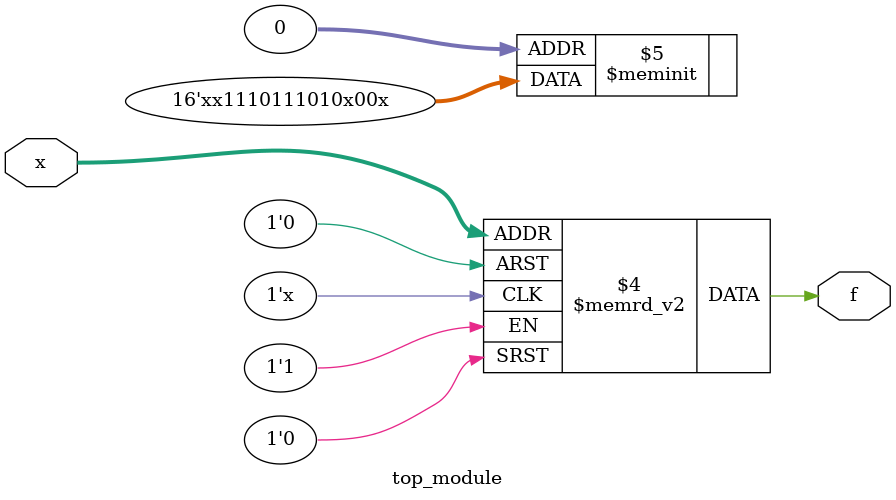
<source format=sv>
module top_module (
    input [4:1] x,
    output logic f
);

    always_comb begin
        case (x)
            4'b0001: f = 0;
            4'b0010: f = 0;
            4'b0100: f = 0;
            4'b0101: f = 1;
            4'b0110: f = 0;
            4'b0111: f = 1;
            4'b1000: f = 1;
            4'b1001: f = 1;
            4'b1010: f = 0;
            4'b1011: f = 1;
            4'b1100: f = 1;
            4'b1101: f = 1;
            default: f = 1'bx; // for don't-care conditions, output an unknown (x)
        endcase
    end

endmodule

</source>
